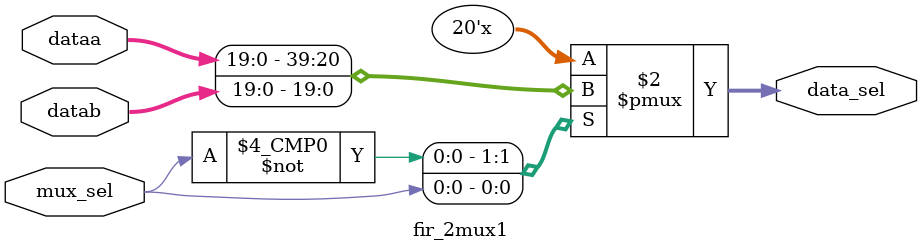
<source format=v>

`timescale 1ns/1ns

module fir_2mux1 #(parameter FILTERBITWIDTH = 20)
				(	input mux_sel,
					input [FILTERBITWIDTH - 1:0] dataa ,
					input [FILTERBITWIDTH - 1:0] datab ,
					output reg [FILTERBITWIDTH - 1:0] data_sel );

//----------------------------main programme begin here-----------------------------------

always @(mux_sel, dataa, datab)
begin
	case (mux_sel)
		1'b0:		data_sel = dataa ;
		1'b1:		data_sel = datab ;
		default: 	data_sel = dataa ;
	endcase
end


endmodule

</source>
